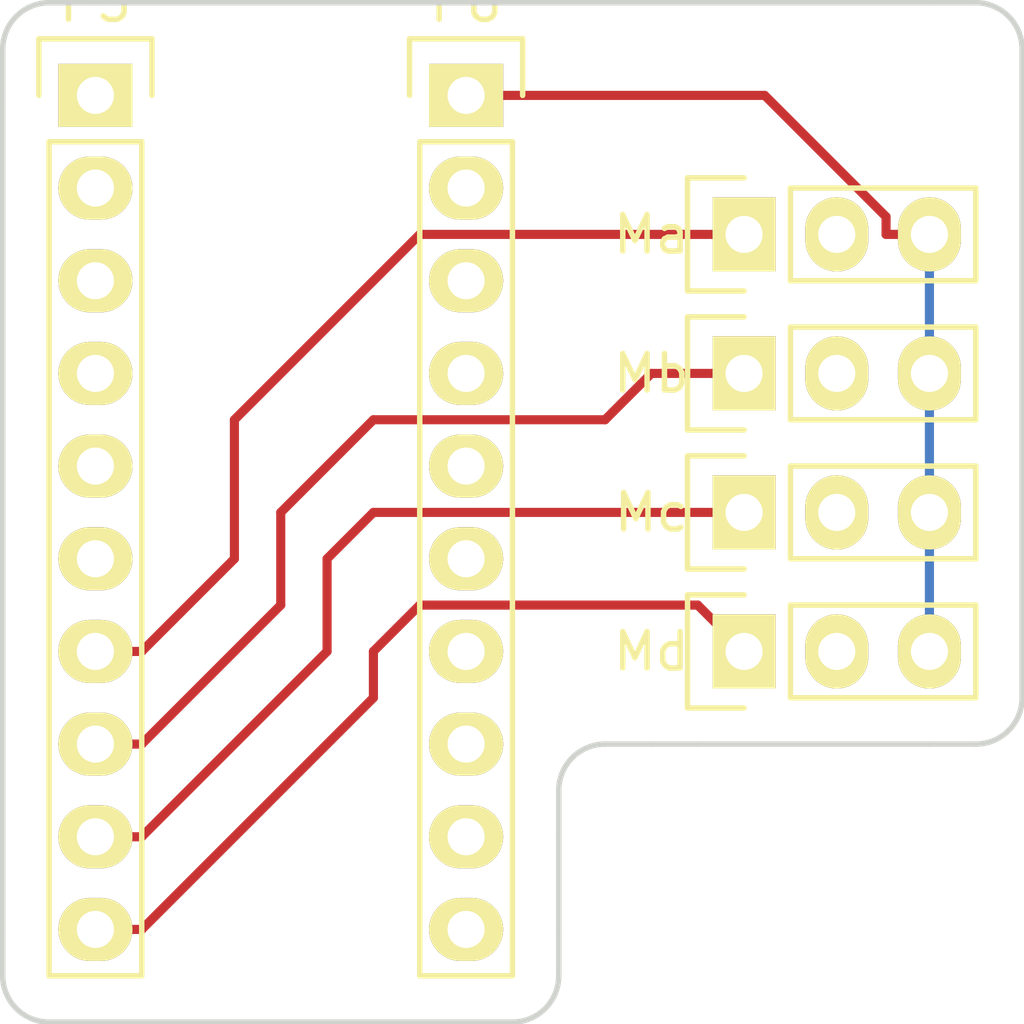
<source format=kicad_pcb>
(kicad_pcb (version 20171130) (host pcbnew "(5.1.12)-1")

  (general
    (thickness 1.6)
    (drawings 30)
    (tracks 30)
    (zones 0)
    (modules 6)
    (nets 25)
  )

  (page A4)
  (layers
    (0 F.Cu signal)
    (31 B.Cu signal)
    (32 B.Adhes user hide)
    (33 F.Adhes user hide)
    (34 B.Paste user hide)
    (35 F.Paste user hide)
    (36 B.SilkS user hide)
    (37 F.SilkS user hide)
    (38 B.Mask user)
    (39 F.Mask user)
    (40 Dwgs.User user hide)
    (41 Cmts.User user hide)
    (42 Eco1.User user hide)
    (43 Eco2.User user hide)
    (44 Edge.Cuts user)
    (45 Margin user hide)
    (46 B.CrtYd user hide)
    (47 F.CrtYd user hide)
    (48 B.Fab user hide)
    (49 F.Fab user hide)
  )

  (setup
    (last_trace_width 0.25)
    (trace_clearance 0.2)
    (zone_clearance 0.508)
    (zone_45_only no)
    (trace_min 0.2)
    (via_size 0.6)
    (via_drill 0.4)
    (via_min_size 0.4)
    (via_min_drill 0.3)
    (uvia_size 0.3)
    (uvia_drill 0.1)
    (uvias_allowed no)
    (uvia_min_size 0.2)
    (uvia_min_drill 0.1)
    (edge_width 0.15)
    (segment_width 0.2)
    (pcb_text_width 0.3)
    (pcb_text_size 1.5 1.5)
    (mod_edge_width 0.15)
    (mod_text_size 1 1)
    (mod_text_width 0.15)
    (pad_size 1.524 1.524)
    (pad_drill 0.762)
    (pad_to_mask_clearance -0.2)
    (aux_axis_origin 0 0)
    (visible_elements 7FFFFFFF)
    (pcbplotparams
      (layerselection 0x01080_00000001)
      (usegerberextensions false)
      (usegerberattributes true)
      (usegerberadvancedattributes true)
      (creategerberjobfile true)
      (excludeedgelayer true)
      (linewidth 0.100000)
      (plotframeref false)
      (viasonmask false)
      (mode 1)
      (useauxorigin false)
      (hpglpennumber 1)
      (hpglpenspeed 20)
      (hpglpendiameter 15.000000)
      (psnegative false)
      (psa4output false)
      (plotreference true)
      (plotvalue true)
      (plotinvisibletext false)
      (padsonsilk false)
      (subtractmaskfromsilk false)
      (outputformat 1)
      (mirror false)
      (drillshape 0)
      (scaleselection 1)
      (outputdirectory "Gerbers/"))
  )

  (net 0 "")
  (net 1 "Net-(P1-Pad1)")
  (net 2 "Net-(P1-Pad2)")
  (net 3 "Net-(P2-Pad2)")
  (net 4 "Net-(P3-Pad2)")
  (net 5 "Net-(P4-Pad2)")
  (net 6 "Net-(P5-Pad1)")
  (net 7 "Net-(P5-Pad2)")
  (net 8 "Net-(P5-Pad3)")
  (net 9 "Net-(P5-Pad4)")
  (net 10 "Net-(P5-Pad5)")
  (net 11 "Net-(P5-Pad6)")
  (net 12 "Net-(P6-Pad2)")
  (net 13 "Net-(P6-Pad3)")
  (net 14 "Net-(P6-Pad4)")
  (net 15 "Net-(P6-Pad5)")
  (net 16 "Net-(P6-Pad6)")
  (net 17 "Net-(P6-Pad7)")
  (net 18 "Net-(P6-Pad8)")
  (net 19 "Net-(P6-Pad9)")
  (net 20 "Net-(P6-Pad10)")
  (net 21 GND)
  (net 22 "Net-(P2-Pad1)")
  (net 23 "Net-(P3-Pad1)")
  (net 24 "Net-(P4-Pad1)")

  (net_class Default "This is the default net class."
    (clearance 0.2)
    (trace_width 0.25)
    (via_dia 0.6)
    (via_drill 0.4)
    (uvia_dia 0.3)
    (uvia_drill 0.1)
    (add_net GND)
    (add_net "Net-(P1-Pad1)")
    (add_net "Net-(P1-Pad2)")
    (add_net "Net-(P2-Pad1)")
    (add_net "Net-(P2-Pad2)")
    (add_net "Net-(P3-Pad1)")
    (add_net "Net-(P3-Pad2)")
    (add_net "Net-(P4-Pad1)")
    (add_net "Net-(P4-Pad2)")
    (add_net "Net-(P5-Pad1)")
    (add_net "Net-(P5-Pad2)")
    (add_net "Net-(P5-Pad3)")
    (add_net "Net-(P5-Pad4)")
    (add_net "Net-(P5-Pad5)")
    (add_net "Net-(P5-Pad6)")
    (add_net "Net-(P6-Pad10)")
    (add_net "Net-(P6-Pad2)")
    (add_net "Net-(P6-Pad3)")
    (add_net "Net-(P6-Pad4)")
    (add_net "Net-(P6-Pad5)")
    (add_net "Net-(P6-Pad6)")
    (add_net "Net-(P6-Pad7)")
    (add_net "Net-(P6-Pad8)")
    (add_net "Net-(P6-Pad9)")
  )

  (module Socket_Strips:Socket_Strip_Straight_1x03 (layer F.Cu) (tedit 56C77842) (tstamp 56C7638E)
    (at 140.97 95.25)
    (descr "Through hole socket strip")
    (tags "socket strip")
    (path /56C7653D)
    (fp_text reference Ma (at -2.54 0) (layer F.SilkS)
      (effects (font (size 1 1) (thickness 0.15)))
    )
    (fp_text value CONN_01X03 (at 33.02 -10.16) (layer F.Fab)
      (effects (font (size 1 1) (thickness 0.15)))
    )
    (fp_line (start 1.27 1.27) (end 1.27 -1.27) (layer F.SilkS) (width 0.15))
    (fp_line (start 6.35 1.27) (end 1.27 1.27) (layer F.SilkS) (width 0.15))
    (fp_line (start 6.35 -1.27) (end 6.35 1.27) (layer F.SilkS) (width 0.15))
    (fp_line (start 1.27 -1.27) (end 6.35 -1.27) (layer F.SilkS) (width 0.15))
    (fp_line (start -1.75 1.75) (end 6.85 1.75) (layer F.CrtYd) (width 0.05))
    (fp_line (start -1.75 -1.75) (end 6.85 -1.75) (layer F.CrtYd) (width 0.05))
    (fp_line (start 6.85 -1.75) (end 6.85 1.75) (layer F.CrtYd) (width 0.05))
    (fp_line (start -1.75 -1.75) (end -1.75 1.75) (layer F.CrtYd) (width 0.05))
    (fp_line (start -1.55 1.55) (end 0 1.55) (layer F.SilkS) (width 0.15))
    (fp_line (start -1.55 -1.55) (end -1.55 1.55) (layer F.SilkS) (width 0.15))
    (fp_line (start 0 -1.55) (end -1.55 -1.55) (layer F.SilkS) (width 0.15))
    (pad 1 thru_hole rect (at 0 0) (size 1.7272 2.032) (drill 1.016) (layers *.Cu *.Mask F.SilkS)
      (net 1 "Net-(P1-Pad1)"))
    (pad 2 thru_hole oval (at 2.54 0) (size 1.7272 2.032) (drill 1.016) (layers *.Cu *.Mask F.SilkS)
      (net 2 "Net-(P1-Pad2)"))
    (pad 3 thru_hole oval (at 5.08 0) (size 1.7272 2.032) (drill 1.016) (layers *.Cu *.Mask F.SilkS)
      (net 21 GND))
    (model Socket_Strips.3dshapes/Socket_Strip_Straight_1x03.wrl
      (offset (xyz 2.539999961853027 0 0))
      (scale (xyz 1 1 1))
      (rotate (xyz 0 0 180))
    )
  )

  (module Socket_Strips:Socket_Strip_Straight_1x03 (layer F.Cu) (tedit 56C77848) (tstamp 56C76395)
    (at 140.97 99.06)
    (descr "Through hole socket strip")
    (tags "socket strip")
    (path /56C764FA)
    (fp_text reference Mb (at -2.54 0) (layer F.SilkS)
      (effects (font (size 1 1) (thickness 0.15)))
    )
    (fp_text value CONN_01X03 (at 33.02 -12.7) (layer F.Fab)
      (effects (font (size 1 1) (thickness 0.15)))
    )
    (fp_line (start 1.27 1.27) (end 1.27 -1.27) (layer F.SilkS) (width 0.15))
    (fp_line (start 6.35 1.27) (end 1.27 1.27) (layer F.SilkS) (width 0.15))
    (fp_line (start 6.35 -1.27) (end 6.35 1.27) (layer F.SilkS) (width 0.15))
    (fp_line (start 1.27 -1.27) (end 6.35 -1.27) (layer F.SilkS) (width 0.15))
    (fp_line (start -1.75 1.75) (end 6.85 1.75) (layer F.CrtYd) (width 0.05))
    (fp_line (start -1.75 -1.75) (end 6.85 -1.75) (layer F.CrtYd) (width 0.05))
    (fp_line (start 6.85 -1.75) (end 6.85 1.75) (layer F.CrtYd) (width 0.05))
    (fp_line (start -1.75 -1.75) (end -1.75 1.75) (layer F.CrtYd) (width 0.05))
    (fp_line (start -1.55 1.55) (end 0 1.55) (layer F.SilkS) (width 0.15))
    (fp_line (start -1.55 -1.55) (end -1.55 1.55) (layer F.SilkS) (width 0.15))
    (fp_line (start 0 -1.55) (end -1.55 -1.55) (layer F.SilkS) (width 0.15))
    (pad 1 thru_hole rect (at 0 0) (size 1.7272 2.032) (drill 1.016) (layers *.Cu *.Mask F.SilkS)
      (net 22 "Net-(P2-Pad1)"))
    (pad 2 thru_hole oval (at 2.54 0) (size 1.7272 2.032) (drill 1.016) (layers *.Cu *.Mask F.SilkS)
      (net 3 "Net-(P2-Pad2)"))
    (pad 3 thru_hole oval (at 5.08 0) (size 1.7272 2.032) (drill 1.016) (layers *.Cu *.Mask F.SilkS)
      (net 21 GND))
    (model Socket_Strips.3dshapes/Socket_Strip_Straight_1x03.wrl
      (offset (xyz 2.539999961853027 0 0))
      (scale (xyz 1 1 1))
      (rotate (xyz 0 0 180))
    )
  )

  (module Socket_Strips:Socket_Strip_Straight_1x03 (layer F.Cu) (tedit 56C7784E) (tstamp 56C7639C)
    (at 140.97 102.87)
    (descr "Through hole socket strip")
    (tags "socket strip")
    (path /56C76388)
    (fp_text reference Mc (at -2.54 0) (layer F.SilkS)
      (effects (font (size 1 1) (thickness 0.15)))
    )
    (fp_text value CONN_01X03 (at 33.02 -15.24) (layer F.Fab)
      (effects (font (size 1 1) (thickness 0.15)))
    )
    (fp_line (start 1.27 1.27) (end 1.27 -1.27) (layer F.SilkS) (width 0.15))
    (fp_line (start 6.35 1.27) (end 1.27 1.27) (layer F.SilkS) (width 0.15))
    (fp_line (start 6.35 -1.27) (end 6.35 1.27) (layer F.SilkS) (width 0.15))
    (fp_line (start 1.27 -1.27) (end 6.35 -1.27) (layer F.SilkS) (width 0.15))
    (fp_line (start -1.75 1.75) (end 6.85 1.75) (layer F.CrtYd) (width 0.05))
    (fp_line (start -1.75 -1.75) (end 6.85 -1.75) (layer F.CrtYd) (width 0.05))
    (fp_line (start 6.85 -1.75) (end 6.85 1.75) (layer F.CrtYd) (width 0.05))
    (fp_line (start -1.75 -1.75) (end -1.75 1.75) (layer F.CrtYd) (width 0.05))
    (fp_line (start -1.55 1.55) (end 0 1.55) (layer F.SilkS) (width 0.15))
    (fp_line (start -1.55 -1.55) (end -1.55 1.55) (layer F.SilkS) (width 0.15))
    (fp_line (start 0 -1.55) (end -1.55 -1.55) (layer F.SilkS) (width 0.15))
    (pad 1 thru_hole rect (at 0 0) (size 1.7272 2.032) (drill 1.016) (layers *.Cu *.Mask F.SilkS)
      (net 23 "Net-(P3-Pad1)"))
    (pad 2 thru_hole oval (at 2.54 0) (size 1.7272 2.032) (drill 1.016) (layers *.Cu *.Mask F.SilkS)
      (net 4 "Net-(P3-Pad2)"))
    (pad 3 thru_hole oval (at 5.08 0) (size 1.7272 2.032) (drill 1.016) (layers *.Cu *.Mask F.SilkS)
      (net 21 GND))
    (model Socket_Strips.3dshapes/Socket_Strip_Straight_1x03.wrl
      (offset (xyz 2.539999961853027 0 0))
      (scale (xyz 1 1 1))
      (rotate (xyz 0 0 180))
    )
  )

  (module Socket_Strips:Socket_Strip_Straight_1x03 (layer F.Cu) (tedit 56C77854) (tstamp 56C763A3)
    (at 140.97 106.68)
    (descr "Through hole socket strip")
    (tags "socket strip")
    (path /56C76475)
    (fp_text reference Md (at -2.54 0) (layer F.SilkS)
      (effects (font (size 1 1) (thickness 0.15)))
    )
    (fp_text value CONN_01X03 (at 33.02 -17.78) (layer F.Fab)
      (effects (font (size 1 1) (thickness 0.15)))
    )
    (fp_line (start 1.27 1.27) (end 1.27 -1.27) (layer F.SilkS) (width 0.15))
    (fp_line (start 6.35 1.27) (end 1.27 1.27) (layer F.SilkS) (width 0.15))
    (fp_line (start 6.35 -1.27) (end 6.35 1.27) (layer F.SilkS) (width 0.15))
    (fp_line (start 1.27 -1.27) (end 6.35 -1.27) (layer F.SilkS) (width 0.15))
    (fp_line (start -1.75 1.75) (end 6.85 1.75) (layer F.CrtYd) (width 0.05))
    (fp_line (start -1.75 -1.75) (end 6.85 -1.75) (layer F.CrtYd) (width 0.05))
    (fp_line (start 6.85 -1.75) (end 6.85 1.75) (layer F.CrtYd) (width 0.05))
    (fp_line (start -1.75 -1.75) (end -1.75 1.75) (layer F.CrtYd) (width 0.05))
    (fp_line (start -1.55 1.55) (end 0 1.55) (layer F.SilkS) (width 0.15))
    (fp_line (start -1.55 -1.55) (end -1.55 1.55) (layer F.SilkS) (width 0.15))
    (fp_line (start 0 -1.55) (end -1.55 -1.55) (layer F.SilkS) (width 0.15))
    (pad 1 thru_hole rect (at 0 0) (size 1.7272 2.032) (drill 1.016) (layers *.Cu *.Mask F.SilkS)
      (net 24 "Net-(P4-Pad1)"))
    (pad 2 thru_hole oval (at 2.54 0) (size 1.7272 2.032) (drill 1.016) (layers *.Cu *.Mask F.SilkS)
      (net 5 "Net-(P4-Pad2)"))
    (pad 3 thru_hole oval (at 5.08 0) (size 1.7272 2.032) (drill 1.016) (layers *.Cu *.Mask F.SilkS)
      (net 21 GND))
    (model Socket_Strips.3dshapes/Socket_Strip_Straight_1x03.wrl
      (offset (xyz 2.539999961853027 0 0))
      (scale (xyz 1 1 1))
      (rotate (xyz 0 0 180))
    )
  )

  (module Socket_Strips:Socket_Strip_Straight_1x10 (layer F.Cu) (tedit 56C77800) (tstamp 56C763B1)
    (at 123.19 91.44 270)
    (descr "Through hole socket strip")
    (tags "socket strip")
    (path /56C75F10)
    (fp_text reference P5 (at -2.54 0) (layer F.SilkS)
      (effects (font (size 1 1) (thickness 0.15)))
    )
    (fp_text value CONN_01X10 (at -2.54 -45.72 270) (layer F.Fab)
      (effects (font (size 1 1) (thickness 0.15)))
    )
    (fp_line (start -1.55 -1.55) (end -1.55 1.55) (layer F.SilkS) (width 0.15))
    (fp_line (start 0 -1.55) (end -1.55 -1.55) (layer F.SilkS) (width 0.15))
    (fp_line (start 1.27 1.27) (end 1.27 -1.27) (layer F.SilkS) (width 0.15))
    (fp_line (start -1.55 1.55) (end 0 1.55) (layer F.SilkS) (width 0.15))
    (fp_line (start 24.13 -1.27) (end 1.27 -1.27) (layer F.SilkS) (width 0.15))
    (fp_line (start 24.13 1.27) (end 24.13 -1.27) (layer F.SilkS) (width 0.15))
    (fp_line (start 1.27 1.27) (end 24.13 1.27) (layer F.SilkS) (width 0.15))
    (fp_line (start -1.75 1.75) (end 24.65 1.75) (layer F.CrtYd) (width 0.05))
    (fp_line (start -1.75 -1.75) (end 24.65 -1.75) (layer F.CrtYd) (width 0.05))
    (fp_line (start 24.65 -1.75) (end 24.65 1.75) (layer F.CrtYd) (width 0.05))
    (fp_line (start -1.75 -1.75) (end -1.75 1.75) (layer F.CrtYd) (width 0.05))
    (pad 1 thru_hole rect (at 0 0 270) (size 1.7272 2.032) (drill 1.016) (layers *.Cu *.Mask F.SilkS)
      (net 6 "Net-(P5-Pad1)"))
    (pad 2 thru_hole oval (at 2.54 0 270) (size 1.7272 2.032) (drill 1.016) (layers *.Cu *.Mask F.SilkS)
      (net 7 "Net-(P5-Pad2)"))
    (pad 3 thru_hole oval (at 5.08 0 270) (size 1.7272 2.032) (drill 1.016) (layers *.Cu *.Mask F.SilkS)
      (net 8 "Net-(P5-Pad3)"))
    (pad 4 thru_hole oval (at 7.62 0 270) (size 1.7272 2.032) (drill 1.016) (layers *.Cu *.Mask F.SilkS)
      (net 9 "Net-(P5-Pad4)"))
    (pad 5 thru_hole oval (at 10.16 0 270) (size 1.7272 2.032) (drill 1.016) (layers *.Cu *.Mask F.SilkS)
      (net 10 "Net-(P5-Pad5)"))
    (pad 6 thru_hole oval (at 12.7 0 270) (size 1.7272 2.032) (drill 1.016) (layers *.Cu *.Mask F.SilkS)
      (net 11 "Net-(P5-Pad6)"))
    (pad 7 thru_hole oval (at 15.24 0 270) (size 1.7272 2.032) (drill 1.016) (layers *.Cu *.Mask F.SilkS)
      (net 1 "Net-(P1-Pad1)"))
    (pad 8 thru_hole oval (at 17.78 0 270) (size 1.7272 2.032) (drill 1.016) (layers *.Cu *.Mask F.SilkS)
      (net 22 "Net-(P2-Pad1)"))
    (pad 9 thru_hole oval (at 20.32 0 270) (size 1.7272 2.032) (drill 1.016) (layers *.Cu *.Mask F.SilkS)
      (net 23 "Net-(P3-Pad1)"))
    (pad 10 thru_hole oval (at 22.86 0 270) (size 1.7272 2.032) (drill 1.016) (layers *.Cu *.Mask F.SilkS)
      (net 24 "Net-(P4-Pad1)"))
    (model Socket_Strips.3dshapes/Socket_Strip_Straight_1x10.wrl
      (offset (xyz 11.42999982833862 0 0))
      (scale (xyz 1 1 1))
      (rotate (xyz 0 0 180))
    )
  )

  (module Socket_Strips:Socket_Strip_Straight_1x10 (layer F.Cu) (tedit 56C77806) (tstamp 56C763BF)
    (at 133.35 91.44 270)
    (descr "Through hole socket strip")
    (tags "socket strip")
    (path /56C760B7)
    (fp_text reference P6 (at -2.54 0) (layer F.SilkS)
      (effects (font (size 1 1) (thickness 0.15)))
    )
    (fp_text value CONN_01X10 (at -2.54 -33.02 270) (layer F.Fab)
      (effects (font (size 1 1) (thickness 0.15)))
    )
    (fp_line (start -1.55 -1.55) (end -1.55 1.55) (layer F.SilkS) (width 0.15))
    (fp_line (start 0 -1.55) (end -1.55 -1.55) (layer F.SilkS) (width 0.15))
    (fp_line (start 1.27 1.27) (end 1.27 -1.27) (layer F.SilkS) (width 0.15))
    (fp_line (start -1.55 1.55) (end 0 1.55) (layer F.SilkS) (width 0.15))
    (fp_line (start 24.13 -1.27) (end 1.27 -1.27) (layer F.SilkS) (width 0.15))
    (fp_line (start 24.13 1.27) (end 24.13 -1.27) (layer F.SilkS) (width 0.15))
    (fp_line (start 1.27 1.27) (end 24.13 1.27) (layer F.SilkS) (width 0.15))
    (fp_line (start -1.75 1.75) (end 24.65 1.75) (layer F.CrtYd) (width 0.05))
    (fp_line (start -1.75 -1.75) (end 24.65 -1.75) (layer F.CrtYd) (width 0.05))
    (fp_line (start 24.65 -1.75) (end 24.65 1.75) (layer F.CrtYd) (width 0.05))
    (fp_line (start -1.75 -1.75) (end -1.75 1.75) (layer F.CrtYd) (width 0.05))
    (pad 1 thru_hole rect (at 0 0 270) (size 1.7272 2.032) (drill 1.016) (layers *.Cu *.Mask F.SilkS)
      (net 21 GND))
    (pad 2 thru_hole oval (at 2.54 0 270) (size 1.7272 2.032) (drill 1.016) (layers *.Cu *.Mask F.SilkS)
      (net 12 "Net-(P6-Pad2)"))
    (pad 3 thru_hole oval (at 5.08 0 270) (size 1.7272 2.032) (drill 1.016) (layers *.Cu *.Mask F.SilkS)
      (net 13 "Net-(P6-Pad3)"))
    (pad 4 thru_hole oval (at 7.62 0 270) (size 1.7272 2.032) (drill 1.016) (layers *.Cu *.Mask F.SilkS)
      (net 14 "Net-(P6-Pad4)"))
    (pad 5 thru_hole oval (at 10.16 0 270) (size 1.7272 2.032) (drill 1.016) (layers *.Cu *.Mask F.SilkS)
      (net 15 "Net-(P6-Pad5)"))
    (pad 6 thru_hole oval (at 12.7 0 270) (size 1.7272 2.032) (drill 1.016) (layers *.Cu *.Mask F.SilkS)
      (net 16 "Net-(P6-Pad6)"))
    (pad 7 thru_hole oval (at 15.24 0 270) (size 1.7272 2.032) (drill 1.016) (layers *.Cu *.Mask F.SilkS)
      (net 17 "Net-(P6-Pad7)"))
    (pad 8 thru_hole oval (at 17.78 0 270) (size 1.7272 2.032) (drill 1.016) (layers *.Cu *.Mask F.SilkS)
      (net 18 "Net-(P6-Pad8)"))
    (pad 9 thru_hole oval (at 20.32 0 270) (size 1.7272 2.032) (drill 1.016) (layers *.Cu *.Mask F.SilkS)
      (net 19 "Net-(P6-Pad9)"))
    (pad 10 thru_hole oval (at 22.86 0 270) (size 1.7272 2.032) (drill 1.016) (layers *.Cu *.Mask F.SilkS)
      (net 20 "Net-(P6-Pad10)"))
    (model Socket_Strips.3dshapes/Socket_Strip_Straight_1x10.wrl
      (offset (xyz 11.42999982833862 0 0))
      (scale (xyz 1 1 1))
      (rotate (xyz 0 0 180))
    )
  )

  (gr_line (start 137.16 109.22) (end 138.43 109.22) (angle 90) (layer Edge.Cuts) (width 0.15))
  (gr_line (start 121.92 88.9) (end 123.19 88.9) (angle 90) (layer Edge.Cuts) (width 0.15))
  (gr_line (start 120.65 91.44) (end 120.65 90.17) (angle 90) (layer Edge.Cuts) (width 0.15))
  (gr_line (start 120.65 115.57) (end 120.65 114.3) (angle 90) (layer Edge.Cuts) (width 0.15))
  (gr_line (start 123.19 116.84) (end 121.92 116.84) (angle 90) (layer Edge.Cuts) (width 0.15))
  (gr_line (start 135.89 114.3) (end 135.89 115.57) (angle 90) (layer Edge.Cuts) (width 0.15))
  (gr_line (start 135.89 110.49) (end 135.89 111.76) (angle 90) (layer Edge.Cuts) (width 0.15))
  (gr_line (start 139.7 109.22) (end 138.43 109.22) (angle 90) (layer Edge.Cuts) (width 0.15))
  (gr_line (start 147.32 109.22) (end 146.05 109.22) (angle 90) (layer Edge.Cuts) (width 0.15))
  (gr_line (start 148.59 106.68) (end 148.59 107.95) (angle 90) (layer Edge.Cuts) (width 0.15))
  (gr_line (start 148.59 90.17) (end 148.59 91.44) (angle 90) (layer Edge.Cuts) (width 0.15))
  (gr_line (start 147.32 88.9) (end 146.05 88.9) (angle 90) (layer Edge.Cuts) (width 0.15))
  (gr_line (start 123.19 88.9) (end 146.05 88.9) (angle 90) (layer Edge.Cuts) (width 0.15))
  (gr_line (start 120.65 114.3) (end 120.65 91.44) (angle 90) (layer Edge.Cuts) (width 0.15))
  (gr_line (start 134.62 116.84) (end 123.19 116.84) (angle 90) (layer Edge.Cuts) (width 0.15))
  (gr_line (start 135.89 111.76) (end 135.89 114.3) (angle 90) (layer Edge.Cuts) (width 0.15))
  (gr_line (start 146.05 109.22) (end 139.7 109.22) (angle 90) (layer Edge.Cuts) (width 0.15))
  (gr_line (start 148.59 91.44) (end 148.59 106.68) (angle 90) (layer Edge.Cuts) (width 0.15))
  (gr_line (start 137.16 116.84) (end 120.65 116.84) (angle 90) (layer Eco1.User) (width 0.2))
  (gr_line (start 137.16 109.22) (end 137.16 116.84) (angle 90) (layer Eco1.User) (width 0.2))
  (gr_line (start 148.59 109.22) (end 137.16 109.22) (angle 90) (layer Eco1.User) (width 0.2))
  (gr_line (start 148.59 88.9) (end 148.59 109.22) (angle 90) (layer Eco1.User) (width 0.2))
  (gr_line (start 120.65 88.9) (end 148.59 88.9) (angle 90) (layer Eco1.User) (width 0.2))
  (gr_line (start 120.65 116.84) (end 120.65 88.9) (angle 90) (layer Eco1.User) (width 0.2))
  (gr_arc (start 147.32 107.95) (end 148.59 107.95) (angle 90) (layer Edge.Cuts) (width 0.15))
  (gr_arc (start 137.16 110.49) (end 135.89 110.49) (angle 90) (layer Edge.Cuts) (width 0.15))
  (gr_arc (start 134.62 115.57) (end 135.89 115.57) (angle 90) (layer Edge.Cuts) (width 0.15))
  (gr_arc (start 121.92 115.57) (end 121.92 116.84) (angle 90) (layer Edge.Cuts) (width 0.15))
  (gr_arc (start 121.92 90.17) (end 120.65 90.17) (angle 90) (layer Edge.Cuts) (width 0.15))
  (gr_arc (start 147.32 90.17) (end 147.32 88.9) (angle 90) (layer Edge.Cuts) (width 0.15))

  (segment (start 123.19 106.68) (end 124.46 106.68) (width 0.25) (layer F.Cu) (net 1))
  (segment (start 124.46 106.68) (end 127 104.14) (width 0.25) (layer F.Cu) (net 1))
  (segment (start 127 104.14) (end 127 100.33) (width 0.25) (layer F.Cu) (net 1))
  (segment (start 127 100.33) (end 132.08 95.25) (width 0.25) (layer F.Cu) (net 1))
  (segment (start 132.08 95.25) (end 140.97 95.25) (width 0.25) (layer F.Cu) (net 1))
  (segment (start 146.05 99.06) (end 146.05 95.25) (width 0.25) (layer B.Cu) (net 21))
  (segment (start 146.05 102.87) (end 146.05 99.06) (width 0.25) (layer B.Cu) (net 21))
  (segment (start 146.05 106.68) (end 146.05 102.87) (width 0.25) (layer B.Cu) (net 21))
  (segment (start 146.05 95.25) (end 144.8613 95.25) (width 0.25) (layer F.Cu) (net 21))
  (segment (start 133.35 91.44) (end 141.535 91.44) (width 0.25) (layer F.Cu) (net 21))
  (segment (start 141.535 91.44) (end 144.8613 94.7663) (width 0.25) (layer F.Cu) (net 21))
  (segment (start 144.8613 94.7663) (end 144.8613 95.25) (width 0.25) (layer F.Cu) (net 21))
  (segment (start 123.19 109.22) (end 124.46 109.22) (width 0.25) (layer F.Cu) (net 22))
  (segment (start 124.46 109.22) (end 128.27 105.41) (width 0.25) (layer F.Cu) (net 22))
  (segment (start 128.27 105.41) (end 128.27 102.87) (width 0.25) (layer F.Cu) (net 22))
  (segment (start 128.27 102.87) (end 130.81 100.33) (width 0.25) (layer F.Cu) (net 22))
  (segment (start 130.81 100.33) (end 137.16 100.33) (width 0.25) (layer F.Cu) (net 22))
  (segment (start 137.16 100.33) (end 138.43 99.06) (width 0.25) (layer F.Cu) (net 22))
  (segment (start 138.43 99.06) (end 140.97 99.06) (width 0.25) (layer F.Cu) (net 22))
  (segment (start 123.19 111.76) (end 124.46 111.76) (width 0.25) (layer F.Cu) (net 23))
  (segment (start 124.46 111.76) (end 129.54 106.68) (width 0.25) (layer F.Cu) (net 23))
  (segment (start 129.54 106.68) (end 129.54 104.14) (width 0.25) (layer F.Cu) (net 23))
  (segment (start 129.54 104.14) (end 130.81 102.87) (width 0.25) (layer F.Cu) (net 23))
  (segment (start 130.81 102.87) (end 140.97 102.87) (width 0.25) (layer F.Cu) (net 23))
  (segment (start 123.19 114.3) (end 124.46 114.3) (width 0.25) (layer F.Cu) (net 24))
  (segment (start 124.46 114.3) (end 130.81 107.95) (width 0.25) (layer F.Cu) (net 24))
  (segment (start 130.81 107.95) (end 130.81 106.68) (width 0.25) (layer F.Cu) (net 24))
  (segment (start 130.81 106.68) (end 132.08 105.41) (width 0.25) (layer F.Cu) (net 24))
  (segment (start 132.08 105.41) (end 139.7 105.41) (width 0.25) (layer F.Cu) (net 24))
  (segment (start 139.7 105.41) (end 140.97 106.68) (width 0.25) (layer F.Cu) (net 24))

)

</source>
